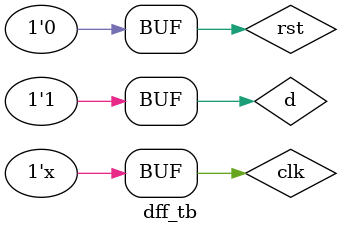
<source format=v>
module dff(d,clk,rst,q,q_bar);
  input d,clk,rst;
  output reg q,q_bar;
  always @(posedge clk,posedge rst)
  if(rst)
    begin
      q=0;q_bar=1;
    end
  else
    begin 
      q=d;
      q_bar=~d;
    end
endmodule

module dff_tb;
  reg d,clk,rst;
  wire q,q_bar;
  dff DFF(d,clk,rst,q,q_bar);
  
  always
  #5 clk=~clk;
  
  initial
  begin
    d=0;rst=1;clk=0;#10;
    rst=0;
    d=0;#10;
    d=1;#10;
  end
endmodule
  
</source>
